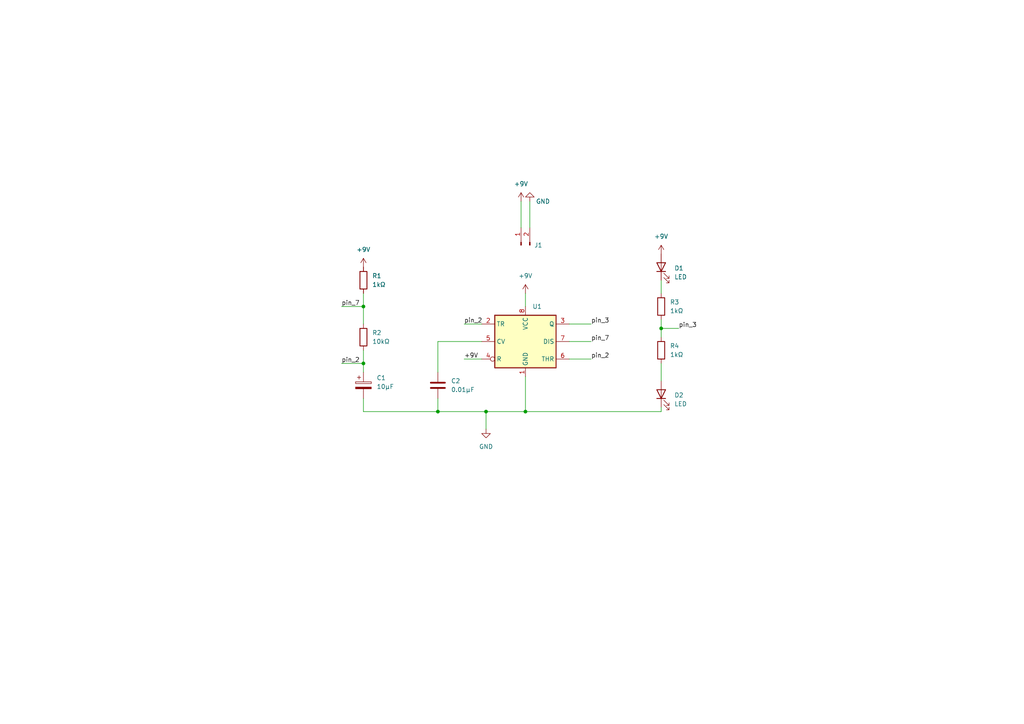
<source format=kicad_sch>
(kicad_sch (version 20211123) (generator eeschema)
  (paper "A4")
  (title_block (title "Lab 4 Exerise 2 - Sajid Khan") (date "2023-01-27") (rev "Ver 1") (company "E E 201"))
  (lib_symbols
    (symbol "Connector:Conn_01x02_Male" (pin_names (offset 1.016) hide)
      (property "Reference" "J1" (at 0 2.54 0))
      (property "Value" "Conn_01x02_Male" (at 0 -5.08 0))
      (symbol "Conn_01x02_Male_1_1"
        (polyline (pts (xy 1.27 -2.54) (xy 0.8636 -2.54)) (stroke (width 0.1524)))
        (polyline (pts (xy 1.27 0) (xy 0.8636 0)) (stroke (width 0.1524)))
        (rectangle (start 0.8636 -2.413) (end 0 -2.667) (stroke (width 0.1524)) (fill (type outline)))
        (rectangle (start 0.8636 0.127) (end 0 -0.127) (stroke (width 0.1524)) (fill (type outline)))
        (pin passive line (at 5.08 0 180) (length 3.81) (name "Pin_1") (number "1"))
        (pin passive line (at 5.08 -2.54 180) (length 3.81) (name "Pin_2") (number "2"))
      )
    )
    (symbol "Device:C" (pin_numbers hide) (pin_names (offset 0.254))
      (property "Reference" "C" (at 0.635 2.54 0))
      (property "Value" "C" (at 0.635 -2.54 0))
      (symbol "C_0_1"
        (polyline (pts (xy -2.032 -0.762) (xy 2.032 -0.762)) (stroke (width 0.508)))
        (polyline (pts (xy -2.032 0.762) (xy 2.032 0.762)) (stroke (width 0.508)))
      )
      (symbol "C_1_1"
        (pin passive line (at 0 3.81 270) (length 2.794) (name "~") (number "1"))
        (pin passive line (at 0 -3.81 90) (length 2.794) (name "~") (number "2"))
      )
    )
    (symbol "Device:C_Polarized" (pin_numbers hide) (pin_names (offset 0.254))
      (property "Reference" "C" (at 0.635 2.54 0))
      (property "Value" "C_Polarized" (at 0.635 -2.54 0))
      (symbol "C_Polarized_0_1"
        (rectangle (start -2.286 0.508) (end 2.286 1.016))
        (polyline (pts (xy -1.778 2.286) (xy -0.762 2.286)))
        (polyline (pts (xy -1.27 2.794) (xy -1.27 1.778)))
        (rectangle (start 2.286 -0.508) (end -2.286 -1.016) (fill (type outline)))
      )
      (symbol "C_Polarized_1_1"
        (pin passive line (at 0 3.81 270) (length 2.794) (name "~") (number "1"))
        (pin passive line (at 0 -3.81 90) (length 2.794) (name "~") (number "2"))
      )
    )
    (symbol "Device:LED" (pin_numbers hide) (pin_names (offset 1.016) hide)
      (property "Reference" "D" (at 0 2.54 0))
      (property "Value" "LED" (at 0 -2.54 0))
      (symbol "LED_0_1"
        (polyline (pts (xy -1.27 -1.27) (xy -1.27 1.27)) (stroke (width 0.254)))
        (polyline (pts (xy -1.27 0) (xy 1.27 0)))
        (polyline (pts (xy 1.27 -1.27) (xy 1.27 1.27) (xy -1.27 0) (xy 1.27 -1.27)) (stroke (width 0.254)))
        (polyline (pts (xy -3.048 -0.762) (xy -4.572 -2.286) (xy -3.81 -2.286) (xy -4.572 -2.286) (xy -4.572 -1.524)))
        (polyline (pts (xy -1.778 -0.762) (xy -3.302 -2.286) (xy -2.54 -2.286) (xy -3.302 -2.286) (xy -3.302 -1.524)))
      )
      (symbol "LED_1_1"
        (pin passive line (at -3.81 0 0) (length 2.54) (name "K") (number "1"))
        (pin passive line (at 3.81 0 180) (length 2.54) (name "A") (number "2"))
      )
    )
    (symbol "Device:R" (pin_numbers hide) (pin_names (offset 0))
      (property "Reference" "R" (at 2.032 0 90))
      (property "Value" "R" (at 0 0 90))
      (symbol "R_0_1"
        (rectangle (start -1.016 -2.54) (end 1.016 2.54) (stroke (width 0.254)))
      )
      (symbol "R_1_1"
        (pin passive line (at 0 3.81 270) (length 1.27) (name "~") (number "1"))
        (pin passive line (at 0 -3.81 90) (length 1.27) (name "~") (number "2"))
      )
    )
    (symbol "Timer:NE555D"
      (property "Reference" "U" (at -10.16 8.89 0))
      (property "Value" "NE555D" (at 2.54 8.89 0))
      (symbol "NE555D_0_0"
        (pin power_in line (at 0 -10.16 90) (length 2.54) (name "GND") (number "1"))
        (pin power_in line (at 0 10.16 270) (length 2.54) (name "VCC") (number "8"))
      )
      (symbol "NE555D_0_1"
        (rectangle (start -8.89 -7.62) (end 8.89 7.62) (stroke (width 0.254)) (fill (type background)))
        (rectangle (start -8.89 -7.62) (end 8.89 7.62) (stroke (width 0.254)) (fill (type background)))
      )
      (symbol "NE555D_1_1"
        (pin input line (at -12.7 5.08 0) (length 3.81) (name "TR") (number "2"))
        (pin output line (at 12.7 5.08 180) (length 3.81) (name "Q") (number "3"))
        (pin input inverted (at -12.7 -5.08 0) (length 3.81) (name "R") (number "4"))
        (pin input line (at -12.7 0 0) (length 3.81) (name "CV") (number "5"))
        (pin input line (at 12.7 -5.08 180) (length 3.81) (name "THR") (number "6"))
        (pin input line (at 12.7 0 180) (length 3.81) (name "DIS") (number "7"))
      )
    )
    (symbol "power:+9V" (power) (pin_names (offset 0))
      (property "Value" "+9V" (at 0 3.556 0))
      (symbol "+9V_0_1"
        (polyline (pts (xy -0.762 1.27) (xy 0 2.54)))
        (polyline (pts (xy 0 0) (xy 0 2.54)))
        (polyline (pts (xy 0 2.54) (xy 0.762 1.27)))
      )
      (symbol "+9V_1_1"
        (pin power_in line (at 0 0 90) (length 0) hide (name "+9V") (number "1"))
      )
    )
    (symbol "power:GND" (power) (pin_names (offset 0))
      (property "Value" "GND" (at 0 -3.81 0))
      (symbol "GND_0_1"
        (polyline (pts (xy 0 0) (xy 0 -1.27) (xy 1.27 -1.27) (xy 0 -2.54) (xy -1.27 -1.27) (xy 0 -1.27)))
      )
      (symbol "GND_1_1"
        (pin power_in line (at 0 0 270) (length 0) hide (name "GND") (number "1"))
      )
    )
  )
  (junction (at 152.4 119.38))
  (junction (at 191.77 95.25))
  (junction (at 140.97 119.38))
  (junction (at 127 119.38))
  (junction (at 105.41 105.41))
  (junction (at 105.41 88.9))
  (wire (pts (xy 99.06 105.41) (xy 105.41 105.41)))
  (wire (pts (xy 191.77 81.28) (xy 191.77 85.09)))
  (wire (pts (xy 152.4 119.38) (xy 191.77 119.38)))
  (wire (pts (xy 127 115.57) (xy 127 119.38)))
  (wire (pts (xy 191.77 105.41) (xy 191.77 110.49)))
  (wire (pts (xy 105.41 105.41) (xy 105.41 107.95)))
  (wire (pts (xy 105.41 85.09) (xy 105.41 88.9)))
  (wire (pts (xy 99.06 88.9) (xy 105.41 88.9)))
  (wire (pts (xy 153.67 58.42) (xy 153.67 66.04)))
  (wire (pts (xy 191.77 95.25) (xy 196.85 95.25)))
  (wire (pts (xy 105.41 119.38) (xy 127 119.38)))
  (wire (pts (xy 127 119.38) (xy 140.97 119.38)))
  (wire (pts (xy 191.77 95.25) (xy 191.77 97.79)))
  (wire (pts (xy 152.4 85.09) (xy 152.4 88.9)))
  (wire (pts (xy 151.13 58.42) (xy 151.13 66.04)))
  (wire (pts (xy 140.97 119.38) (xy 152.4 119.38)))
  (wire (pts (xy 127 99.06) (xy 127 107.95)))
  (wire (pts (xy 165.1 93.98) (xy 171.45 93.98)))
  (wire (pts (xy 134.62 93.98) (xy 139.7 93.98)))
  (wire (pts (xy 140.97 124.46) (xy 140.97 119.38)))
  (wire (pts (xy 139.7 99.06) (xy 127 99.06)))
  (wire (pts (xy 134.62 104.14) (xy 139.7 104.14)))
  (wire (pts (xy 105.41 115.57) (xy 105.41 119.38)))
  (wire (pts (xy 191.77 92.71) (xy 191.77 95.25)))
  (wire (pts (xy 152.4 119.38) (xy 152.4 109.22)))
  (wire (pts (xy 191.77 119.38) (xy 191.77 118.11)))
  (wire (pts (xy 165.1 99.06) (xy 171.45 99.06)))
  (wire (pts (xy 165.1 104.14) (xy 171.45 104.14)))
  (wire (pts (xy 105.41 88.9) (xy 105.41 93.98)))
  (wire (pts (xy 105.41 101.6) (xy 105.41 105.41)))
  (label "pin_3" (at 196.85 95.25 0))
  (label "pin_7" (at 99.06 88.9 0))
  (label "+9V" (at 134.62 104.14 0))
  (label "pin_2" (at 171.45 104.14 0))
  (label "pin_2" (at 134.62 93.98 0))
  (label "pin_2" (at 99.06 105.41 0))
  (label "pin_7" (at 171.45 99.06 0))
  (label "pin_3" (at 171.45 93.98 0))
  (symbol (lib_id "power:+9V") (at 152.4 85.09 0) (unit 1)
    (property "Reference" "#PWR0101" (effects hide))
    (property "Value" "+9V" (at 152.4 80.01 0))
  )
  (symbol (lib_id "power:GND") (at 153.67 58.42 180) (unit 1)
    (property "Reference" "#PWR02" (effects hide))
    (property "Value" "GND" (at 157.48 58.42 0))
  )
  (symbol (lib_id "Device:R") (at 191.77 88.9 0) (unit 1)
    (property "Reference" "R3" (at 194.31 87.6299 0) (effects (justify left)))
    (property "Value" "1kΩ" (at 194.31 90.1699 0) (effects (justify left)))
    (property "Footprint" "Resistor_SMD:R_0805_2012Metric_Pad1.20x1.40mm_HandSolder" (effects hide))
  )
  (symbol (lib_id "Timer:NE555D") (at 152.4 99.06 0) (unit 1)
    (property "Reference" "U1" (at 154.4194 88.9 0) (effects (justify left)))
    (property "Value" "NE555D" (effects hide))
    (property "Footprint" "Package_SO:SOIC-8-1EP_3.9x4.9mm_P1.27mm_EP2.29x3mm" (effects hide))
    (property "Datasheet" "http://www.ti.com/lit/ds/symlink/ne555.pdf" (effects hide))
  )
  (symbol (lib_id "power:+9V") (at 105.41 77.47 0) (unit 1)
    (property "Reference" "#PWR04" (effects hide))
    (property "Value" "+9V" (at 105.41 72.39 0))
  )
  (symbol (lib_id "Device:R") (at 105.41 81.28 0) (unit 1)
    (property "Reference" "R1" (at 107.95 80.0099 0) (effects (justify left)))
    (property "Value" "1kΩ" (at 107.95 82.5499 0) (effects (justify left)))
    (property "Footprint" "Resistor_SMD:R_0805_2012Metric_Pad1.20x1.40mm_HandSolder" (effects hide))
  )
  (symbol (lib_id "Device:R") (at 191.77 101.6 0) (unit 1)
    (property "Reference" "R4" (at 194.31 100.3299 0) (effects (justify left)))
    (property "Value" "1kΩ" (at 194.31 102.8699 0) (effects (justify left)))
    (property "Footprint" "Resistor_SMD:R_0805_2012Metric_Pad1.20x1.40mm_HandSolder" (effects hide))
  )
  (symbol (lib_id "power:+9V") (at 151.13 58.42 0) (unit 1)
    (property "Reference" "#PWR01" (effects hide))
    (property "Value" "+9V" (at 151.13 53.34 0))
  )
  (symbol (lib_id "Device:R") (at 105.41 97.79 0) (unit 1)
    (property "Reference" "R2" (at 107.95 96.5199 0) (effects (justify left)))
    (property "Value" "10kΩ" (at 107.95 99.0599 0) (effects (justify left)))
    (property "Footprint" "Resistor_SMD:R_0805_2012Metric_Pad1.20x1.40mm_HandSolder" (effects hide))
  )
  (symbol (lib_id "Device:LED") (at 191.77 77.47 90) (unit 1)
    (property "Reference" "D1" (at 195.58 77.7874 90) (effects (justify right)))
    (property "Value" "LED" (at 195.58 80.3274 90) (effects (justify right)))
    (property "Footprint" "LED_SMD:LED_1206_3216Metric_Pad1.42x1.75mm_HandSolder" (effects hide))
  )
  (symbol (lib_id "Device:C_Polarized") (at 105.41 111.76 0) (unit 1)
    (property "Reference" "C1" (at 109.22 109.6009 0) (effects (justify left)))
    (property "Value" "10μF" (at 109.22 112.1409 0) (effects (justify left)))
    (property "Footprint" "Capacitor_Tantalum_SMD:CP_EIA-3216-18_Kemet-A_Pad1.58x1.35mm_HandSolder" (effects hide))
  )
  (symbol (lib_id "power:GND") (at 140.97 124.46 0) (unit 1)
    (property "Reference" "#PWR05" (effects hide))
    (property "Value" "GND" (at 140.97 129.54 0))
  )
  (symbol (lib_id "Connector:Conn_01x02_Male") (at 151.13 71.12 90) (unit 1)
    (property "Reference" "J1" (at 154.94 71.12 90) (effects (justify right)))
    (property "Value" "Conn_01x02_Male" (effects hide))
    (property "Footprint" "TerminalBlock:TerminalBlock_bornier-2_P5.08mm" (effects hide))
  )
  (symbol (lib_id "Device:LED") (at 191.77 114.3 90) (unit 1)
    (property "Reference" "D2" (at 195.58 114.6174 90) (effects (justify right)))
    (property "Value" "LED" (at 195.58 117.1574 90) (effects (justify right)))
    (property "Footprint" "LED_SMD:LED_1206_3216Metric_Pad1.42x1.75mm_HandSolder" (effects hide))
  )
  (symbol (lib_id "Device:C") (at 127 111.76 0) (unit 1)
    (property "Reference" "C2" (at 130.81 110.4899 0) (effects (justify left)))
    (property "Value" "0.01μF" (at 130.81 113.0299 0) (effects (justify left)))
    (property "Footprint" "Capacitor_SMD:C_0805_2012Metric_Pad1.18x1.45mm_HandSolder" (effects hide))
  )
  (symbol (lib_id "power:+9V") (at 191.77 73.66 0) (unit 1)
    (property "Reference" "#PWR03" (effects hide))
    (property "Value" "+9V" (at 191.77 68.58 0))
  )
)
</source>
